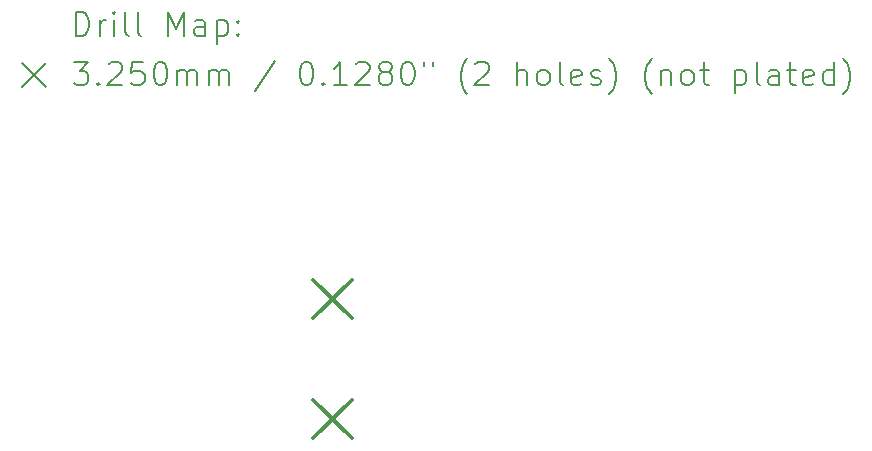
<source format=gbr>
%TF.GenerationSoftware,KiCad,Pcbnew,(6.0.9)*%
%TF.CreationDate,2022-11-19T17:18:27+01:00*%
%TF.ProjectId,esp32_ttgo_capaci,65737033-325f-4747-9467-6f5f63617061,rev?*%
%TF.SameCoordinates,Original*%
%TF.FileFunction,Drillmap*%
%TF.FilePolarity,Positive*%
%FSLAX45Y45*%
G04 Gerber Fmt 4.5, Leading zero omitted, Abs format (unit mm)*
G04 Created by KiCad (PCBNEW (6.0.9)) date 2022-11-19 17:18:27*
%MOMM*%
%LPD*%
G01*
G04 APERTURE LIST*
%ADD10C,0.200000*%
%ADD11C,0.325000*%
G04 APERTURE END LIST*
D10*
D11*
X2265500Y-2377500D02*
X2590500Y-2702500D01*
X2590500Y-2377500D02*
X2265500Y-2702500D01*
X2265500Y-3393500D02*
X2590500Y-3718500D01*
X2590500Y-3393500D02*
X2265500Y-3718500D01*
D10*
X257619Y-310476D02*
X257619Y-110476D01*
X305238Y-110476D01*
X333810Y-120000D01*
X352857Y-139048D01*
X362381Y-158095D01*
X371905Y-196190D01*
X371905Y-224762D01*
X362381Y-262857D01*
X352857Y-281905D01*
X333810Y-300952D01*
X305238Y-310476D01*
X257619Y-310476D01*
X457619Y-310476D02*
X457619Y-177143D01*
X457619Y-215238D02*
X467143Y-196190D01*
X476667Y-186667D01*
X495714Y-177143D01*
X514762Y-177143D01*
X581429Y-310476D02*
X581429Y-177143D01*
X581429Y-110476D02*
X571905Y-120000D01*
X581429Y-129524D01*
X590952Y-120000D01*
X581429Y-110476D01*
X581429Y-129524D01*
X705238Y-310476D02*
X686190Y-300952D01*
X676667Y-281905D01*
X676667Y-110476D01*
X810000Y-310476D02*
X790952Y-300952D01*
X781428Y-281905D01*
X781428Y-110476D01*
X1038571Y-310476D02*
X1038571Y-110476D01*
X1105238Y-253333D01*
X1171905Y-110476D01*
X1171905Y-310476D01*
X1352857Y-310476D02*
X1352857Y-205714D01*
X1343333Y-186667D01*
X1324286Y-177143D01*
X1286190Y-177143D01*
X1267143Y-186667D01*
X1352857Y-300952D02*
X1333810Y-310476D01*
X1286190Y-310476D01*
X1267143Y-300952D01*
X1257619Y-281905D01*
X1257619Y-262857D01*
X1267143Y-243809D01*
X1286190Y-234286D01*
X1333810Y-234286D01*
X1352857Y-224762D01*
X1448095Y-177143D02*
X1448095Y-377143D01*
X1448095Y-186667D02*
X1467143Y-177143D01*
X1505238Y-177143D01*
X1524286Y-186667D01*
X1533809Y-196190D01*
X1543333Y-215238D01*
X1543333Y-272381D01*
X1533809Y-291429D01*
X1524286Y-300952D01*
X1505238Y-310476D01*
X1467143Y-310476D01*
X1448095Y-300952D01*
X1629048Y-291429D02*
X1638571Y-300952D01*
X1629048Y-310476D01*
X1619524Y-300952D01*
X1629048Y-291429D01*
X1629048Y-310476D01*
X1629048Y-186667D02*
X1638571Y-196190D01*
X1629048Y-205714D01*
X1619524Y-196190D01*
X1629048Y-186667D01*
X1629048Y-205714D01*
X-200000Y-540000D02*
X0Y-740000D01*
X0Y-540000D02*
X-200000Y-740000D01*
X238571Y-530476D02*
X362381Y-530476D01*
X295714Y-606667D01*
X324286Y-606667D01*
X343333Y-616190D01*
X352857Y-625714D01*
X362381Y-644762D01*
X362381Y-692381D01*
X352857Y-711428D01*
X343333Y-720952D01*
X324286Y-730476D01*
X267143Y-730476D01*
X248095Y-720952D01*
X238571Y-711428D01*
X448095Y-711428D02*
X457619Y-720952D01*
X448095Y-730476D01*
X438571Y-720952D01*
X448095Y-711428D01*
X448095Y-730476D01*
X533810Y-549524D02*
X543333Y-540000D01*
X562381Y-530476D01*
X610000Y-530476D01*
X629048Y-540000D01*
X638571Y-549524D01*
X648095Y-568571D01*
X648095Y-587619D01*
X638571Y-616190D01*
X524286Y-730476D01*
X648095Y-730476D01*
X829048Y-530476D02*
X733809Y-530476D01*
X724286Y-625714D01*
X733809Y-616190D01*
X752857Y-606667D01*
X800476Y-606667D01*
X819524Y-616190D01*
X829048Y-625714D01*
X838571Y-644762D01*
X838571Y-692381D01*
X829048Y-711428D01*
X819524Y-720952D01*
X800476Y-730476D01*
X752857Y-730476D01*
X733809Y-720952D01*
X724286Y-711428D01*
X962381Y-530476D02*
X981428Y-530476D01*
X1000476Y-540000D01*
X1010000Y-549524D01*
X1019524Y-568571D01*
X1029048Y-606667D01*
X1029048Y-654286D01*
X1019524Y-692381D01*
X1010000Y-711428D01*
X1000476Y-720952D01*
X981428Y-730476D01*
X962381Y-730476D01*
X943333Y-720952D01*
X933809Y-711428D01*
X924286Y-692381D01*
X914762Y-654286D01*
X914762Y-606667D01*
X924286Y-568571D01*
X933809Y-549524D01*
X943333Y-540000D01*
X962381Y-530476D01*
X1114762Y-730476D02*
X1114762Y-597143D01*
X1114762Y-616190D02*
X1124286Y-606667D01*
X1143333Y-597143D01*
X1171905Y-597143D01*
X1190952Y-606667D01*
X1200476Y-625714D01*
X1200476Y-730476D01*
X1200476Y-625714D02*
X1210000Y-606667D01*
X1229048Y-597143D01*
X1257619Y-597143D01*
X1276667Y-606667D01*
X1286190Y-625714D01*
X1286190Y-730476D01*
X1381429Y-730476D02*
X1381429Y-597143D01*
X1381429Y-616190D02*
X1390952Y-606667D01*
X1410000Y-597143D01*
X1438571Y-597143D01*
X1457619Y-606667D01*
X1467143Y-625714D01*
X1467143Y-730476D01*
X1467143Y-625714D02*
X1476667Y-606667D01*
X1495714Y-597143D01*
X1524286Y-597143D01*
X1543333Y-606667D01*
X1552857Y-625714D01*
X1552857Y-730476D01*
X1943333Y-520952D02*
X1771905Y-778095D01*
X2200476Y-530476D02*
X2219524Y-530476D01*
X2238571Y-540000D01*
X2248095Y-549524D01*
X2257619Y-568571D01*
X2267143Y-606667D01*
X2267143Y-654286D01*
X2257619Y-692381D01*
X2248095Y-711428D01*
X2238571Y-720952D01*
X2219524Y-730476D01*
X2200476Y-730476D01*
X2181429Y-720952D01*
X2171905Y-711428D01*
X2162381Y-692381D01*
X2152857Y-654286D01*
X2152857Y-606667D01*
X2162381Y-568571D01*
X2171905Y-549524D01*
X2181429Y-540000D01*
X2200476Y-530476D01*
X2352857Y-711428D02*
X2362381Y-720952D01*
X2352857Y-730476D01*
X2343333Y-720952D01*
X2352857Y-711428D01*
X2352857Y-730476D01*
X2552857Y-730476D02*
X2438571Y-730476D01*
X2495714Y-730476D02*
X2495714Y-530476D01*
X2476667Y-559048D01*
X2457619Y-578095D01*
X2438571Y-587619D01*
X2629048Y-549524D02*
X2638571Y-540000D01*
X2657619Y-530476D01*
X2705238Y-530476D01*
X2724286Y-540000D01*
X2733810Y-549524D01*
X2743333Y-568571D01*
X2743333Y-587619D01*
X2733810Y-616190D01*
X2619524Y-730476D01*
X2743333Y-730476D01*
X2857619Y-616190D02*
X2838571Y-606667D01*
X2829048Y-597143D01*
X2819524Y-578095D01*
X2819524Y-568571D01*
X2829048Y-549524D01*
X2838571Y-540000D01*
X2857619Y-530476D01*
X2895714Y-530476D01*
X2914762Y-540000D01*
X2924286Y-549524D01*
X2933809Y-568571D01*
X2933809Y-578095D01*
X2924286Y-597143D01*
X2914762Y-606667D01*
X2895714Y-616190D01*
X2857619Y-616190D01*
X2838571Y-625714D01*
X2829048Y-635238D01*
X2819524Y-654286D01*
X2819524Y-692381D01*
X2829048Y-711428D01*
X2838571Y-720952D01*
X2857619Y-730476D01*
X2895714Y-730476D01*
X2914762Y-720952D01*
X2924286Y-711428D01*
X2933809Y-692381D01*
X2933809Y-654286D01*
X2924286Y-635238D01*
X2914762Y-625714D01*
X2895714Y-616190D01*
X3057619Y-530476D02*
X3076667Y-530476D01*
X3095714Y-540000D01*
X3105238Y-549524D01*
X3114762Y-568571D01*
X3124286Y-606667D01*
X3124286Y-654286D01*
X3114762Y-692381D01*
X3105238Y-711428D01*
X3095714Y-720952D01*
X3076667Y-730476D01*
X3057619Y-730476D01*
X3038571Y-720952D01*
X3029048Y-711428D01*
X3019524Y-692381D01*
X3010000Y-654286D01*
X3010000Y-606667D01*
X3019524Y-568571D01*
X3029048Y-549524D01*
X3038571Y-540000D01*
X3057619Y-530476D01*
X3200476Y-530476D02*
X3200476Y-568571D01*
X3276667Y-530476D02*
X3276667Y-568571D01*
X3571905Y-806667D02*
X3562381Y-797143D01*
X3543333Y-768571D01*
X3533809Y-749524D01*
X3524286Y-720952D01*
X3514762Y-673333D01*
X3514762Y-635238D01*
X3524286Y-587619D01*
X3533809Y-559048D01*
X3543333Y-540000D01*
X3562381Y-511428D01*
X3571905Y-501905D01*
X3638571Y-549524D02*
X3648095Y-540000D01*
X3667143Y-530476D01*
X3714762Y-530476D01*
X3733809Y-540000D01*
X3743333Y-549524D01*
X3752857Y-568571D01*
X3752857Y-587619D01*
X3743333Y-616190D01*
X3629048Y-730476D01*
X3752857Y-730476D01*
X3990952Y-730476D02*
X3990952Y-530476D01*
X4076667Y-730476D02*
X4076667Y-625714D01*
X4067143Y-606667D01*
X4048095Y-597143D01*
X4019524Y-597143D01*
X4000476Y-606667D01*
X3990952Y-616190D01*
X4200476Y-730476D02*
X4181428Y-720952D01*
X4171905Y-711428D01*
X4162381Y-692381D01*
X4162381Y-635238D01*
X4171905Y-616190D01*
X4181428Y-606667D01*
X4200476Y-597143D01*
X4229048Y-597143D01*
X4248095Y-606667D01*
X4257619Y-616190D01*
X4267143Y-635238D01*
X4267143Y-692381D01*
X4257619Y-711428D01*
X4248095Y-720952D01*
X4229048Y-730476D01*
X4200476Y-730476D01*
X4381429Y-730476D02*
X4362381Y-720952D01*
X4352857Y-701905D01*
X4352857Y-530476D01*
X4533810Y-720952D02*
X4514762Y-730476D01*
X4476667Y-730476D01*
X4457619Y-720952D01*
X4448095Y-701905D01*
X4448095Y-625714D01*
X4457619Y-606667D01*
X4476667Y-597143D01*
X4514762Y-597143D01*
X4533810Y-606667D01*
X4543333Y-625714D01*
X4543333Y-644762D01*
X4448095Y-663810D01*
X4619524Y-720952D02*
X4638571Y-730476D01*
X4676667Y-730476D01*
X4695714Y-720952D01*
X4705238Y-701905D01*
X4705238Y-692381D01*
X4695714Y-673333D01*
X4676667Y-663810D01*
X4648095Y-663810D01*
X4629048Y-654286D01*
X4619524Y-635238D01*
X4619524Y-625714D01*
X4629048Y-606667D01*
X4648095Y-597143D01*
X4676667Y-597143D01*
X4695714Y-606667D01*
X4771905Y-806667D02*
X4781429Y-797143D01*
X4800476Y-768571D01*
X4810000Y-749524D01*
X4819524Y-720952D01*
X4829048Y-673333D01*
X4829048Y-635238D01*
X4819524Y-587619D01*
X4810000Y-559048D01*
X4800476Y-540000D01*
X4781429Y-511428D01*
X4771905Y-501905D01*
X5133810Y-806667D02*
X5124286Y-797143D01*
X5105238Y-768571D01*
X5095714Y-749524D01*
X5086190Y-720952D01*
X5076667Y-673333D01*
X5076667Y-635238D01*
X5086190Y-587619D01*
X5095714Y-559048D01*
X5105238Y-540000D01*
X5124286Y-511428D01*
X5133810Y-501905D01*
X5210000Y-597143D02*
X5210000Y-730476D01*
X5210000Y-616190D02*
X5219524Y-606667D01*
X5238571Y-597143D01*
X5267143Y-597143D01*
X5286190Y-606667D01*
X5295714Y-625714D01*
X5295714Y-730476D01*
X5419524Y-730476D02*
X5400476Y-720952D01*
X5390952Y-711428D01*
X5381429Y-692381D01*
X5381429Y-635238D01*
X5390952Y-616190D01*
X5400476Y-606667D01*
X5419524Y-597143D01*
X5448095Y-597143D01*
X5467143Y-606667D01*
X5476667Y-616190D01*
X5486190Y-635238D01*
X5486190Y-692381D01*
X5476667Y-711428D01*
X5467143Y-720952D01*
X5448095Y-730476D01*
X5419524Y-730476D01*
X5543333Y-597143D02*
X5619524Y-597143D01*
X5571905Y-530476D02*
X5571905Y-701905D01*
X5581429Y-720952D01*
X5600476Y-730476D01*
X5619524Y-730476D01*
X5838571Y-597143D02*
X5838571Y-797143D01*
X5838571Y-606667D02*
X5857619Y-597143D01*
X5895714Y-597143D01*
X5914762Y-606667D01*
X5924286Y-616190D01*
X5933809Y-635238D01*
X5933809Y-692381D01*
X5924286Y-711428D01*
X5914762Y-720952D01*
X5895714Y-730476D01*
X5857619Y-730476D01*
X5838571Y-720952D01*
X6048095Y-730476D02*
X6029048Y-720952D01*
X6019524Y-701905D01*
X6019524Y-530476D01*
X6210000Y-730476D02*
X6210000Y-625714D01*
X6200476Y-606667D01*
X6181428Y-597143D01*
X6143333Y-597143D01*
X6124286Y-606667D01*
X6210000Y-720952D02*
X6190952Y-730476D01*
X6143333Y-730476D01*
X6124286Y-720952D01*
X6114762Y-701905D01*
X6114762Y-682857D01*
X6124286Y-663810D01*
X6143333Y-654286D01*
X6190952Y-654286D01*
X6210000Y-644762D01*
X6276667Y-597143D02*
X6352857Y-597143D01*
X6305238Y-530476D02*
X6305238Y-701905D01*
X6314762Y-720952D01*
X6333809Y-730476D01*
X6352857Y-730476D01*
X6495714Y-720952D02*
X6476667Y-730476D01*
X6438571Y-730476D01*
X6419524Y-720952D01*
X6410000Y-701905D01*
X6410000Y-625714D01*
X6419524Y-606667D01*
X6438571Y-597143D01*
X6476667Y-597143D01*
X6495714Y-606667D01*
X6505238Y-625714D01*
X6505238Y-644762D01*
X6410000Y-663810D01*
X6676667Y-730476D02*
X6676667Y-530476D01*
X6676667Y-720952D02*
X6657619Y-730476D01*
X6619524Y-730476D01*
X6600476Y-720952D01*
X6590952Y-711428D01*
X6581428Y-692381D01*
X6581428Y-635238D01*
X6590952Y-616190D01*
X6600476Y-606667D01*
X6619524Y-597143D01*
X6657619Y-597143D01*
X6676667Y-606667D01*
X6752857Y-806667D02*
X6762381Y-797143D01*
X6781428Y-768571D01*
X6790952Y-749524D01*
X6800476Y-720952D01*
X6810000Y-673333D01*
X6810000Y-635238D01*
X6800476Y-587619D01*
X6790952Y-559048D01*
X6781428Y-540000D01*
X6762381Y-511428D01*
X6752857Y-501905D01*
M02*

</source>
